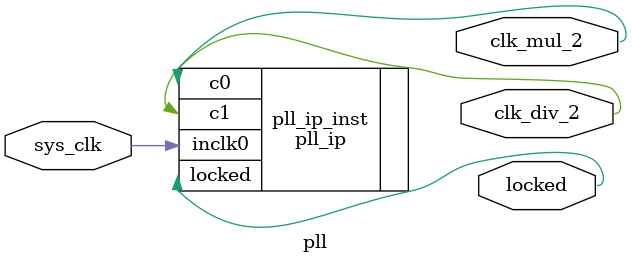
<source format=v>
module pll
(
	input wire sys_clk,
	
	output wire clk_mul_2,
	output wire clk_div_2,
	output wire locked
);

pll_ip	pll_ip_inst
(
	.inclk0 ( sys_clk ),
	.c0 ( clk_mul_2 ),
    .c1 ( clk_div_2 ),
    .locked ( locked )
);  
endmodule
</source>
